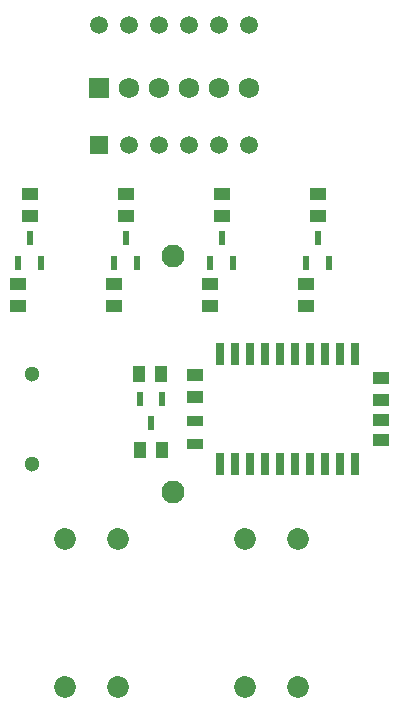
<source format=gbr>
%TF.GenerationSoftware,KiCad,Pcbnew,(5.1.10)-1*%
%TF.CreationDate,2021-07-01T23:18:39+02:00*%
%TF.ProjectId,BytesCounter,42797465-7343-46f7-956e-7465722e6b69,rev?*%
%TF.SameCoordinates,Original*%
%TF.FileFunction,Soldermask,Top*%
%TF.FilePolarity,Negative*%
%FSLAX46Y46*%
G04 Gerber Fmt 4.6, Leading zero omitted, Abs format (unit mm)*
G04 Created by KiCad (PCBNEW (5.1.10)-1) date 2021-07-01 23:18:39*
%MOMM*%
%LPD*%
G01*
G04 APERTURE LIST*
%ADD10C,1.850000*%
%ADD11C,1.950000*%
%ADD12C,1.500000*%
%ADD13R,1.500000X1.500000*%
%ADD14R,1.000000X1.400000*%
%ADD15R,1.400000X1.000000*%
%ADD16R,0.600000X1.250000*%
%ADD17C,1.300000*%
%ADD18R,1.400000X0.950000*%
%ADD19C,1.725000*%
%ADD20R,1.725000X1.725000*%
%ADD21R,0.650000X1.850000*%
%ADD22R,1.470000X1.050000*%
G04 APERTURE END LIST*
D10*
%TO.C,S1*%
X111796000Y-87998000D03*
X111796000Y-75498000D03*
X116296000Y-87998000D03*
X116296000Y-75498000D03*
%TD*%
%TO.C,S2*%
X127036000Y-87998000D03*
X127036000Y-75498000D03*
X131536000Y-87998000D03*
X131536000Y-75498000D03*
%TD*%
D11*
%TO.C,U2*%
X121000000Y-51500000D03*
X121000000Y-71500000D03*
%TD*%
D12*
%TO.C,U1*%
X114680000Y-31980000D03*
X117220000Y-31980000D03*
X119760000Y-31980000D03*
X122300000Y-31980000D03*
X124840000Y-31980000D03*
X127380000Y-31980000D03*
X127380000Y-42140000D03*
X124840000Y-42140000D03*
X122300000Y-42140000D03*
X119760000Y-42140000D03*
X117220000Y-42140000D03*
D13*
X114680000Y-42140000D03*
%TD*%
D14*
%TO.C,R14*%
X120046000Y-67936000D03*
X118146000Y-67936000D03*
%TD*%
%TO.C,R13*%
X119950000Y-61500000D03*
X118050000Y-61500000D03*
%TD*%
D15*
%TO.C,R10*%
X133222000Y-46254000D03*
X133222000Y-48154000D03*
%TD*%
%TO.C,R9*%
X132206000Y-53874000D03*
X132206000Y-55774000D03*
%TD*%
%TO.C,R8*%
X125094000Y-46254000D03*
X125094000Y-48154000D03*
%TD*%
%TO.C,R7*%
X124078000Y-53874000D03*
X124078000Y-55774000D03*
%TD*%
%TO.C,R6*%
X116966000Y-46254000D03*
X116966000Y-48154000D03*
%TD*%
%TO.C,R5*%
X115950000Y-53874000D03*
X115950000Y-55774000D03*
%TD*%
%TO.C,R4*%
X108838000Y-46254000D03*
X108838000Y-48154000D03*
%TD*%
%TO.C,R3*%
X122826000Y-63459000D03*
X122826000Y-61559000D03*
%TD*%
%TO.C,R2*%
X138540000Y-61814000D03*
X138540000Y-63714000D03*
%TD*%
%TO.C,R1*%
X107822000Y-53874000D03*
X107822000Y-55774000D03*
%TD*%
D16*
%TO.C,Q5*%
X119096000Y-65684000D03*
X118141000Y-63584000D03*
X120051000Y-63584000D03*
%TD*%
%TO.C,Q4*%
X133222000Y-49964000D03*
X134177000Y-52064000D03*
X132267000Y-52064000D03*
%TD*%
%TO.C,Q3*%
X125094000Y-49964000D03*
X126049000Y-52064000D03*
X124139000Y-52064000D03*
%TD*%
%TO.C,Q2*%
X116966000Y-49964000D03*
X117921000Y-52064000D03*
X116011000Y-52064000D03*
%TD*%
%TO.C,Q1*%
X108838000Y-49964000D03*
X109793000Y-52064000D03*
X107883000Y-52064000D03*
%TD*%
D17*
%TO.C,LS1*%
X109000000Y-69100000D03*
X109000000Y-61500000D03*
%TD*%
D18*
%TO.C,LED1*%
X122792000Y-65492000D03*
X122792000Y-67392000D03*
%TD*%
D19*
%TO.C,J1*%
X127380000Y-37314000D03*
X124840000Y-37314000D03*
X122300000Y-37314000D03*
X119760000Y-37314000D03*
X117220000Y-37314000D03*
D20*
X114680000Y-37314000D03*
%TD*%
D21*
%TO.C,IC1*%
X136381000Y-69151000D03*
X135111000Y-69151000D03*
X133841000Y-69151000D03*
X132571000Y-69151000D03*
X131301000Y-69151000D03*
X130031000Y-69151000D03*
X128761000Y-69151000D03*
X127491000Y-69151000D03*
X126221000Y-69151000D03*
X124951000Y-69151000D03*
X124951000Y-59801000D03*
X126221000Y-59801000D03*
X127491000Y-59801000D03*
X128761000Y-59801000D03*
X130031000Y-59801000D03*
X131301000Y-59801000D03*
X132571000Y-59801000D03*
X133841000Y-59801000D03*
X135111000Y-59801000D03*
X136381000Y-59801000D03*
%TD*%
D22*
%TO.C,C1*%
X138540000Y-67094000D03*
X138540000Y-65414000D03*
%TD*%
M02*

</source>
